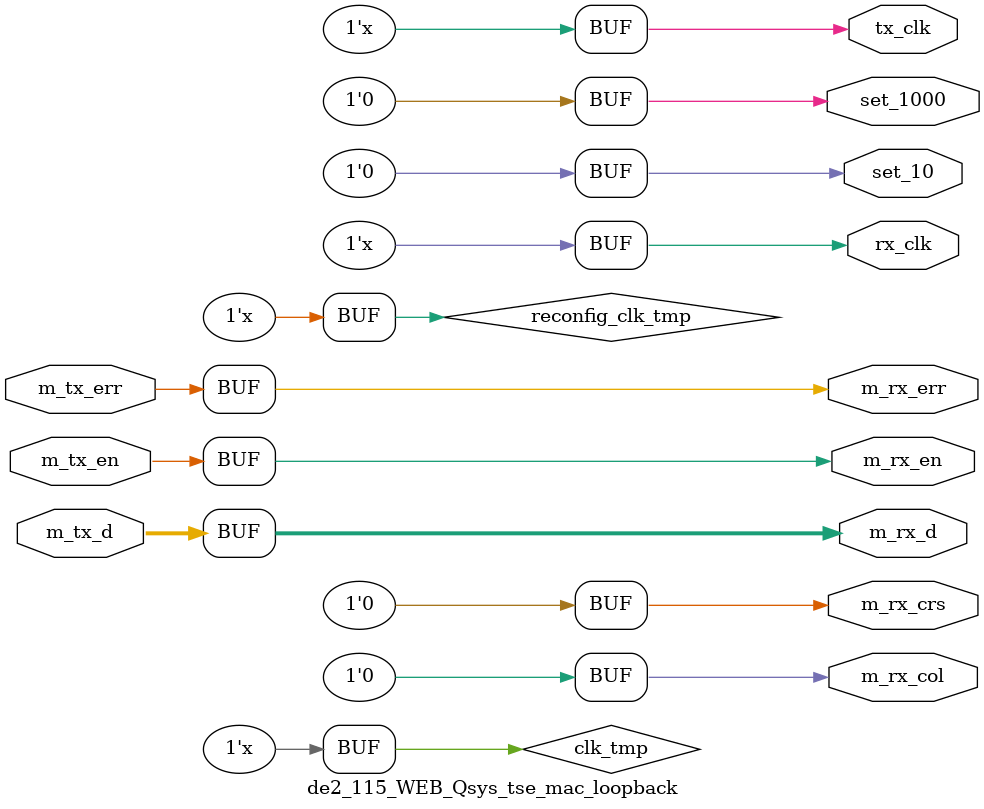
<source format=v>

`timescale 1ns / 1ps

module de2_115_WEB_Qsys_tse_mac_loopback (

  rx_clk,
  tx_clk,
  m_tx_d,
  m_tx_en,
  m_tx_err,
  m_rx_d,
  m_rx_en,
  m_rx_err,
  m_rx_col,
  m_rx_crs,
  set_1000,
  set_10


);


  output rx_clk;
  output tx_clk;
  input [3:0] m_tx_d;
  input m_tx_en;
  input m_tx_err;
  output [3:0] m_rx_d;
  output m_rx_en;
  output m_rx_err;
  output m_rx_col;
  output m_rx_crs;
  output set_10;
  output set_1000;


  reg clk_tmp;
  initial
     clk_tmp <= 1'b0;
  always
     #4 clk_tmp <= ~clk_tmp;
  reg reconfig_clk_tmp;
  initial
     reconfig_clk_tmp <= 1'b0;
  always
     #20 reconfig_clk_tmp <= ~reconfig_clk_tmp;

  assign rx_clk = clk_tmp;
  assign tx_clk = clk_tmp;
  assign m_rx_d=m_tx_d;
  assign m_rx_en=m_tx_en;
  assign m_rx_err=m_tx_err;
  assign m_rx_col=0;
  assign m_rx_crs=0;
  assign set_1000=0;
  assign set_10=0;


endmodule

</source>
